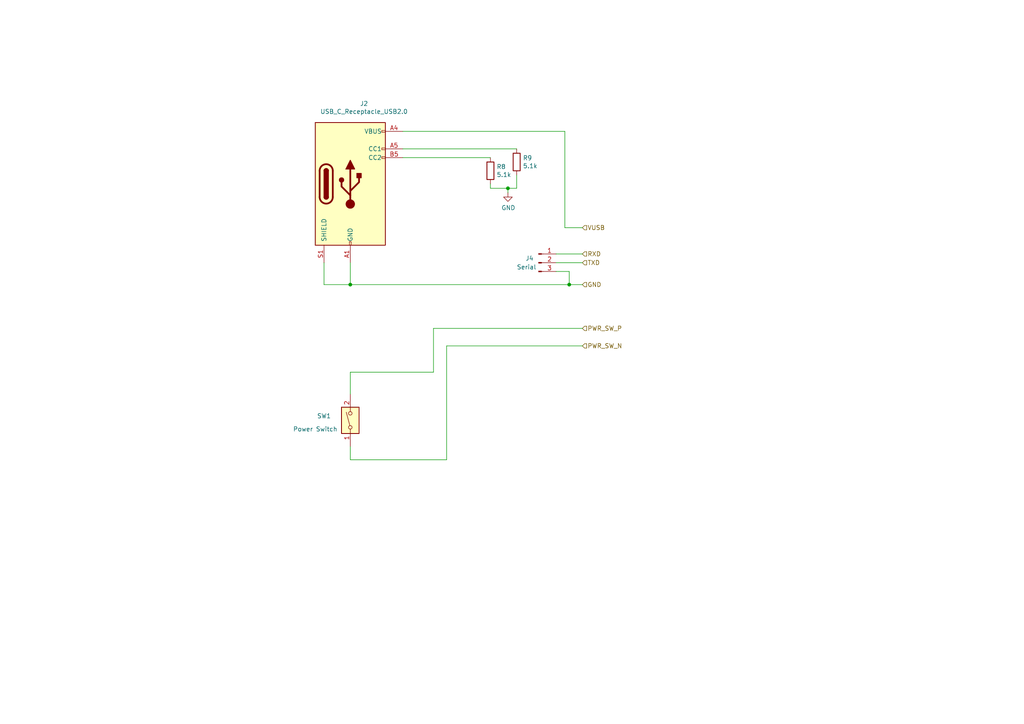
<source format=kicad_sch>
(kicad_sch (version 20211123) (generator eeschema)
  (paper "A4")
  (title_block (date "2022-03-18") (comment 1 "Engineer/Draftsman: Joesphan Lu"))
  (lib_symbols
    (symbol "1KicadLib:USB_C_PWR_ONLY" (pin_names (offset 1.016))
      (property "Reference" "U" (at 8.89 -26.67 0))
      (property "Value" "USB_C_PWR_ONLY" (at -3.81 19.05 0))
      (symbol "USB_C_PWR_ONLY_1_1"
        (rectangle (start -11.43 16.51) (end 8.89 -19.05) (stroke (width 0.254)) (fill (type background)))
        (arc (start -10.16 -5.08) (mid -8.255 -6.985) (end -6.35 -5.08) (stroke (width 0.508)))
        (arc (start -8.89 -5.08) (mid -8.255 -5.715) (end -7.62 -5.08) (stroke (width 0.254)))
        (arc (start -8.89 -5.08) (mid -8.255 -5.715) (end -7.62 -5.08) (stroke (width 0.254)) (fill (type outline)))
        (rectangle (start -8.89 -5.08) (end -7.62 2.54) (stroke (width 0.254)) (fill (type outline)))
        (arc (start -7.62 2.54) (mid -8.255 3.175) (end -8.89 2.54) (stroke (width 0.254)))
        (arc (start -7.62 2.54) (mid -8.255 3.175) (end -8.89 2.54) (stroke (width 0.254)) (fill (type outline)))
        (arc (start -6.35 2.54) (mid -8.255 4.445) (end -10.16 2.54) (stroke (width 0.508)))
        (circle (center -3.81 -0.127) (radius 0.635) (stroke (width 0.254)) (fill (type outline)))
        (rectangle (start -1.524 -19.05) (end -1.016 -18.034))
        (circle (center -1.27 -7.112) (radius 1.27) (fill (type outline)))
        (polyline (pts (xy -10.16 -5.08) (xy -10.16 2.54)) (stroke (width 0.508)))
        (polyline (pts (xy -6.35 2.54) (xy -6.35 -5.08)) (stroke (width 0.508)))
        (polyline (pts (xy -1.27 -7.112) (xy -1.27 3.048)) (stroke (width 0.508)))
        (polyline (pts (xy -1.27 -4.572) (xy -3.81 -2.032) (xy -3.81 -0.762)) (stroke (width 0.508)))
        (polyline (pts (xy -1.27 -3.302) (xy 1.27 -0.762) (xy 1.27 0.508)) (stroke (width 0.508)))
        (polyline (pts (xy -2.54 3.048) (xy -1.27 5.588) (xy 0 3.048) (xy -2.54 3.048)) (stroke (width 0.254)) (fill (type outline)))
        (rectangle (start 0.635 0.508) (end 1.905 1.778) (stroke (width 0.254)) (fill (type outline)))
        (rectangle (start 8.89 6.604) (end 7.874 6.096))
        (rectangle (start 8.89 9.144) (end 7.874 8.636))
        (rectangle (start 8.89 14.224) (end 7.874 13.716))
        (pin passive line (at -1.27 -24.13 90) (length 5.08) (name "GND") (number "A1"))
        (pin passive line (at -1.27 -24.13 90) (length 5.08) hide (name "GND") (number "A12"))
        (pin passive line (at 13.97 13.97 180) (length 5.08) (name "VBUS") (number "A4"))
        (pin bidirectional line (at 13.97 8.89 180) (length 5.08) (name "CC1") (number "A5"))
        (pin passive line (at 13.97 13.97 180) (length 5.08) hide (name "VBUS") (number "A9"))
        (pin passive line (at -1.27 -24.13 90) (length 5.08) hide (name "GND") (number "B1"))
        (pin passive line (at -1.27 -24.13 90) (length 5.08) hide (name "GND") (number "B12"))
        (pin passive line (at 13.97 13.97 180) (length 5.08) hide (name "VBUS") (number "B4"))
        (pin bidirectional line (at 13.97 6.35 180) (length 5.08) (name "CC2") (number "B5"))
        (pin passive line (at 13.97 13.97 180) (length 5.08) hide (name "VBUS") (number "B9"))
        (pin passive line (at -8.89 -24.13 90) (length 5.08) (name "SHIELD") (number "S1"))
      )
    )
    (symbol "Connector:Conn_01x03_Male" (pin_names (offset 1.016) hide)
      (property "Reference" "J" (at 0 5.08 0))
      (property "Value" "Conn_01x03_Male" (at 0 -5.08 0))
      (symbol "Conn_01x03_Male_1_1"
        (polyline (pts (xy 1.27 -2.54) (xy 0.8636 -2.54)) (stroke (width 0.1524)))
        (polyline (pts (xy 1.27 0) (xy 0.8636 0)) (stroke (width 0.1524)))
        (polyline (pts (xy 1.27 2.54) (xy 0.8636 2.54)) (stroke (width 0.1524)))
        (rectangle (start 0.8636 -2.413) (end 0 -2.667) (stroke (width 0.1524)) (fill (type outline)))
        (rectangle (start 0.8636 0.127) (end 0 -0.127) (stroke (width 0.1524)) (fill (type outline)))
        (rectangle (start 0.8636 2.667) (end 0 2.413) (stroke (width 0.1524)) (fill (type outline)))
        (pin passive line (at 5.08 2.54 180) (length 3.81) (name "Pin_1") (number "1"))
        (pin passive line (at 5.08 0 180) (length 3.81) (name "Pin_2") (number "2"))
        (pin passive line (at 5.08 -2.54 180) (length 3.81) (name "Pin_3") (number "3"))
      )
    )
    (symbol "Device:R" (pin_numbers hide) (pin_names (offset 0))
      (property "Reference" "R" (at 2.032 0 90))
      (property "Value" "R" (at 0 0 90))
      (symbol "R_0_1"
        (rectangle (start -1.016 -2.54) (end 1.016 2.54) (stroke (width 0.254)))
      )
      (symbol "R_1_1"
        (pin passive line (at 0 3.81 270) (length 1.27) (name "~") (number "1"))
        (pin passive line (at 0 -3.81 90) (length 1.27) (name "~") (number "2"))
      )
    )
    (symbol "Switch:SW_DIP_x01" (pin_names (offset 0) hide)
      (property "Reference" "SW" (at 0 3.81 0))
      (property "Value" "SW_DIP_x01" (at 0 -3.81 0))
      (symbol "SW_DIP_x01_0_0"
        (circle (center -2.032 0) (radius 0.508))
        (polyline (pts (xy -1.524 0.127) (xy 2.3622 1.1684)))
        (circle (center 2.032 0) (radius 0.508))
      )
      (symbol "SW_DIP_x01_0_1"
        (rectangle (start -3.81 2.54) (end 3.81 -2.54) (stroke (width 0.254)) (fill (type background)))
      )
      (symbol "SW_DIP_x01_1_1"
        (pin passive line (at -7.62 0 0) (length 5.08) (name "~") (number "1"))
        (pin passive line (at 7.62 0 180) (length 5.08) (name "~") (number "2"))
      )
    )
    (symbol "power:GND" (power) (pin_names (offset 0))
      (property "Value" "GND" (at 0 -3.81 0))
      (symbol "GND_0_1"
        (polyline (pts (xy 0 0) (xy 0 -1.27) (xy 1.27 -1.27) (xy 0 -2.54) (xy -1.27 -1.27) (xy 0 -1.27)))
      )
      (symbol "GND_1_1"
        (pin power_in line (at 0 0 270) (length 0) hide (name "GND") (number "1"))
      )
    )
  )
  (junction (at 147.32 54.61))
  (junction (at 165.1 82.55))
  (junction (at 101.6 82.55))
  (wire (pts (xy 101.6 82.55) (xy 165.1 82.55)))
  (wire (pts (xy 101.6 114.3) (xy 101.6 107.95)))
  (wire (pts (xy 101.6 107.95) (xy 125.73 107.95)))
  (wire (pts (xy 147.32 54.61) (xy 147.32 55.88)))
  (wire (pts (xy 161.29 78.74) (xy 165.1 78.74)))
  (wire (pts (xy 129.54 100.33) (xy 129.54 133.35)))
  (wire (pts (xy 101.6 82.55) (xy 93.98 82.55)))
  (wire (pts (xy 142.24 54.61) (xy 147.32 54.61)))
  (wire (pts (xy 168.91 66.04) (xy 163.83 66.04)))
  (wire (pts (xy 125.73 95.25) (xy 168.91 95.25)))
  (wire (pts (xy 163.83 66.04) (xy 163.83 38.1)))
  (wire (pts (xy 165.1 82.55) (xy 168.91 82.55)))
  (wire (pts (xy 161.29 73.66) (xy 168.91 73.66)))
  (wire (pts (xy 125.73 107.95) (xy 125.73 95.25)))
  (wire (pts (xy 142.24 45.72) (xy 116.84 45.72)))
  (wire (pts (xy 149.86 54.61) (xy 149.86 50.8)))
  (wire (pts (xy 142.24 53.34) (xy 142.24 54.61)))
  (wire (pts (xy 163.83 38.1) (xy 116.84 38.1)))
  (wire (pts (xy 147.32 54.61) (xy 149.86 54.61)))
  (wire (pts (xy 101.6 133.35) (xy 101.6 129.54)))
  (wire (pts (xy 165.1 78.74) (xy 165.1 82.55)))
  (wire (pts (xy 168.91 76.2) (xy 161.29 76.2)))
  (wire (pts (xy 93.98 82.55) (xy 93.98 76.2)))
  (wire (pts (xy 129.54 133.35) (xy 101.6 133.35)))
  (wire (pts (xy 101.6 76.2) (xy 101.6 82.55)))
  (wire (pts (xy 116.84 43.18) (xy 149.86 43.18)))
  (wire (pts (xy 168.91 100.33) (xy 129.54 100.33)))
  (hierarchical_label "PWR_SW_N" (shape input) (at 168.91 100.33 0))
  (hierarchical_label "RXD" (shape input) (at 168.91 73.66 0))
  (hierarchical_label "PWR_SW_P" (shape input) (at 168.91 95.25 0))
  (hierarchical_label "VUSB" (shape input) (at 168.91 66.04 0))
  (hierarchical_label "GND" (shape input) (at 168.91 82.55 0))
  (hierarchical_label "TXD" (shape input) (at 168.91 76.2 0))
  (symbol (lib_id "1KicadLib:USB_C_PWR_ONLY") (at 102.87 52.07 0) (unit 1)
    (property "Reference" "J2" (at 105.5878 30.0482 0))
    (property "Value" "USB_C_Receptacle_USB2.0" (at 105.5878 32.3596 0))
    (property "Footprint" "1KicadLib:USB4125-GF-A" (effects hide))
    (property "Datasheet" "https://www.usb.org/sites/default/files/documents/usb_type-c.zip" (effects hide))
  )
  (symbol (lib_id "Device:R") (at 142.24 49.53 0) (unit 1)
    (property "Reference" "R8" (at 144.018 48.3616 0) (effects (justify left)))
    (property "Value" "5.1k" (at 144.018 50.673 0) (effects (justify left)))
    (property "Footprint" "Capacitor_SMD:C_0805_2012Metric_Pad1.18x1.45mm_HandSolder" (effects hide))
  )
  (symbol (lib_id "Device:R") (at 149.86 46.99 0) (unit 1)
    (property "Reference" "R9" (at 151.638 45.8216 0) (effects (justify left)))
    (property "Value" "5.1k" (at 151.638 48.133 0) (effects (justify left)))
    (property "Footprint" "Capacitor_SMD:C_0805_2012Metric_Pad1.18x1.45mm_HandSolder" (effects hide))
  )
  (symbol (lib_id "power:GND") (at 147.32 55.88 0) (unit 1)
    (property "Reference" "#PWR0125" (effects hide))
    (property "Value" "GND" (at 147.447 60.2742 0))
  )
  (symbol (lib_id "Switch:SW_DIP_x01") (at 101.6 121.92 90) (unit 1)
    (property "Reference" "SW1" (at 93.98 120.65 90))
    (property "Value" "Power Switch" (at 91.44 124.46 90))
    (property "Footprint" "Connector_PinHeader_2.54mm:PinHeader_1x02_P2.54mm_Vertical" (effects hide))
  )
  (symbol (lib_id "Connector:Conn_01x03_Male") (at 156.21 76.2 0) (unit 1)
    (property "Reference" "J4" (at 152.4 74.93 0) (effects (justify left)))
    (property "Value" "Serial" (at 149.86 77.47 0) (effects (justify left)))
    (property "Footprint" "Connector_PinHeader_2.54mm:PinHeader_1x03_P2.54mm_Vertical" (effects hide))
  )
)
</source>
